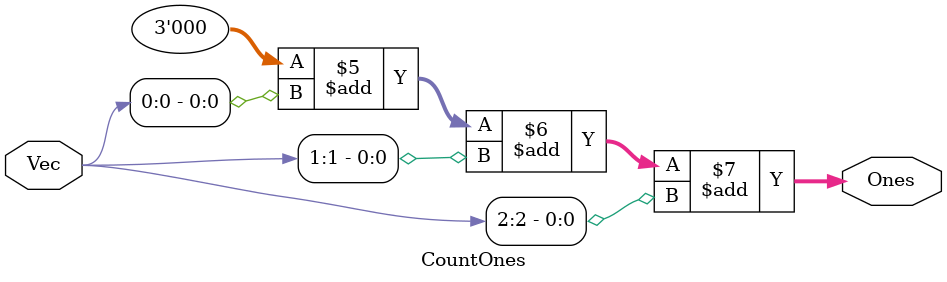
<source format=sv>
module CountOnes #(parameter DW=3) (
  input logic [DW-1:0] Vec,
  output logic [$clog2(DW):0] Ones
);

always @(Vec) begin
  Ones = 2'd0;
  for (int i = 0; i < DW; i++)
    Ones = Ones + Vec[i]; 
end

endmodule

</source>
